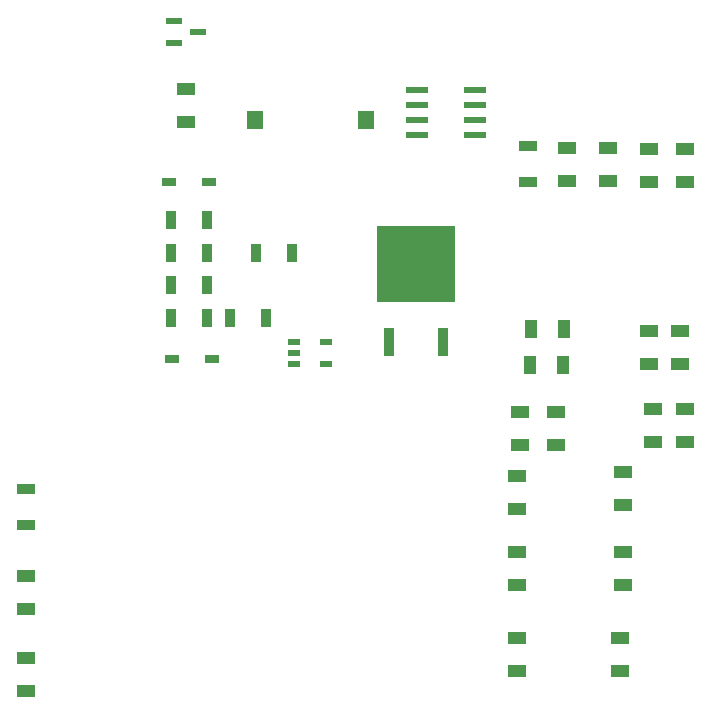
<source format=gbr>
%TF.GenerationSoftware,KiCad,Pcbnew,8.0.0-rc1*%
%TF.CreationDate,2024-05-26T19:18:52+09:00*%
%TF.ProjectId,KDL,4b444c2e-6b69-4636-9164-5f7063625858,rev?*%
%TF.SameCoordinates,PX2a88ac0PY77c8bf0*%
%TF.FileFunction,Paste,Top*%
%TF.FilePolarity,Positive*%
%FSLAX46Y46*%
G04 Gerber Fmt 4.6, Leading zero omitted, Abs format (unit mm)*
G04 Created by KiCad (PCBNEW 8.0.0-rc1) date 2024-05-26 19:18:52*
%MOMM*%
%LPD*%
G01*
G04 APERTURE LIST*
%ADD10R,1.600200X1.117600*%
%ADD11R,1.981200X0.558800*%
%ADD12R,1.117600X1.600200*%
%ADD13R,1.600000X0.855600*%
%ADD14R,0.855600X1.600000*%
%ADD15R,1.219200X0.762000*%
%ADD16R,1.320800X0.558800*%
%ADD17R,0.977900X0.508000*%
%ADD18R,1.450000X1.600000*%
%ADD19R,0.939800X2.489200*%
%ADD20R,6.705600X6.527800*%
G04 APERTURE END LIST*
D10*
%TO.C,R14*%
X66000000Y24605800D03*
X66000000Y27399800D03*
%TD*%
D11*
%TO.C,U5*%
X59150000Y50812800D03*
X59150000Y52082800D03*
X59150000Y53352800D03*
X59150000Y54622800D03*
X54222400Y54622800D03*
X54222400Y53352800D03*
X54222400Y52082800D03*
X54222400Y50812800D03*
%TD*%
D10*
%TO.C,R19*%
X34650000Y54747000D03*
X34650000Y51953000D03*
%TD*%
%TO.C,R3*%
X73900000Y31405800D03*
X73900000Y34199800D03*
%TD*%
D12*
%TO.C,R13*%
X66547000Y31352800D03*
X63753000Y31352800D03*
%TD*%
D13*
%TO.C,C9*%
X63650000Y49908402D03*
X63650000Y46852800D03*
%TD*%
D10*
%TO.C,R18*%
X73900000Y46852800D03*
X73900000Y49646800D03*
%TD*%
%TO.C,R11*%
X70400000Y49747000D03*
X70400000Y46953000D03*
%TD*%
%TO.C,R15*%
X76900000Y49646800D03*
X76900000Y46852800D03*
%TD*%
%TO.C,R6*%
X62650000Y8247000D03*
X62650000Y5453000D03*
%TD*%
D14*
%TO.C,C4*%
X33372199Y38100000D03*
X36427801Y38100000D03*
%TD*%
D15*
%TO.C,U3*%
X33223600Y46850000D03*
X36576400Y46850000D03*
%TD*%
D16*
%TO.C,CR1*%
X33650000Y60502802D03*
X33650000Y58602800D03*
X35682000Y59552801D03*
%TD*%
D10*
%TO.C,R9*%
X62688000Y21982800D03*
X62688000Y19188800D03*
%TD*%
D17*
%TO.C,U7*%
X43784750Y33300001D03*
X43784750Y32350000D03*
X43784750Y31399999D03*
X46515250Y31399999D03*
X46515250Y33300001D03*
%TD*%
D13*
%TO.C,C10*%
X21150000Y17797198D03*
X21150000Y20852800D03*
%TD*%
D10*
%TO.C,R5*%
X71699000Y22286800D03*
X71699000Y19492800D03*
%TD*%
D12*
%TO.C,R17*%
X66694000Y34352800D03*
X63900000Y34352800D03*
%TD*%
D10*
%TO.C,R16*%
X62900000Y27399800D03*
X62900000Y24605800D03*
%TD*%
%TO.C,R7*%
X71650000Y15497000D03*
X71650000Y12703000D03*
%TD*%
%TO.C,R20*%
X21150000Y10705800D03*
X21150000Y13499800D03*
%TD*%
%TO.C,R1*%
X74200000Y27599800D03*
X74200000Y24805800D03*
%TD*%
%TO.C,R21*%
X21150000Y6499800D03*
X21150000Y3705800D03*
%TD*%
D14*
%TO.C,C5*%
X33372199Y35350000D03*
X36427801Y35350000D03*
%TD*%
D15*
%TO.C,U6*%
X33473600Y31850000D03*
X36826400Y31850000D03*
%TD*%
D14*
%TO.C,C1*%
X36427801Y43600000D03*
X33372199Y43600000D03*
%TD*%
D10*
%TO.C,R12*%
X76500000Y34199800D03*
X76500000Y31405800D03*
%TD*%
D18*
%TO.C,S1*%
X49900000Y52102800D03*
X40500000Y52102800D03*
%TD*%
D14*
%TO.C,C2*%
X36427801Y40850000D03*
X33372199Y40850000D03*
%TD*%
%TO.C,C7*%
X38372199Y35350000D03*
X41427801Y35350000D03*
%TD*%
D10*
%TO.C,R2*%
X66900000Y46953000D03*
X66900000Y49747000D03*
%TD*%
%TO.C,R8*%
X62650000Y15497000D03*
X62650000Y12703000D03*
%TD*%
%TO.C,R10*%
X71400000Y8247000D03*
X71400000Y5453000D03*
%TD*%
%TO.C,R4*%
X76900000Y27599800D03*
X76900000Y24805800D03*
%TD*%
D19*
%TO.C,U4*%
X51864000Y33284100D03*
D20*
X54150000Y39850000D03*
D19*
X56436000Y33284100D03*
%TD*%
D14*
%TO.C,C6*%
X40594398Y40850000D03*
X43650000Y40850000D03*
%TD*%
M02*

</source>
